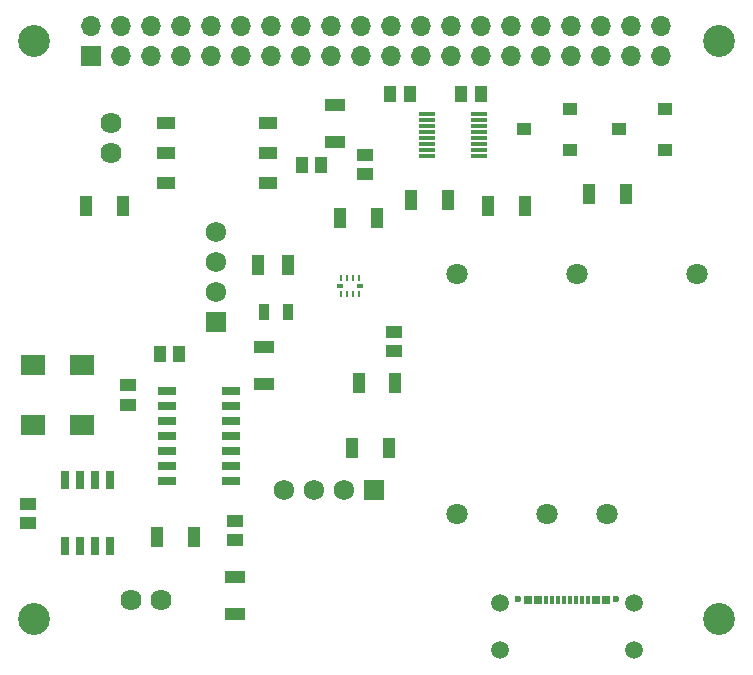
<source format=gts>
G04 #@! TF.GenerationSoftware,KiCad,Pcbnew,8.0.2*
G04 #@! TF.CreationDate,2024-07-09T10:44:42+02:00*
G04 #@! TF.ProjectId,AMS Dongle,414d5320-446f-46e6-976c-652e6b696361,rev?*
G04 #@! TF.SameCoordinates,Original*
G04 #@! TF.FileFunction,Soldermask,Top*
G04 #@! TF.FilePolarity,Negative*
%FSLAX46Y46*%
G04 Gerber Fmt 4.6, Leading zero omitted, Abs format (unit mm)*
G04 Created by KiCad (PCBNEW 8.0.2) date 2024-07-09 10:44:42*
%MOMM*%
%LPD*%
G01*
G04 APERTURE LIST*
%ADD10R,0.950000X1.450000*%
%ADD11R,1.470000X1.070000*%
%ADD12C,2.700000*%
%ADD13R,0.650000X0.800000*%
%ADD14R,0.300000X0.800000*%
%ADD15C,0.600000*%
%ADD16C,1.500000*%
%ADD17R,1.050000X1.800000*%
%ADD18R,1.800000X1.050000*%
%ADD19C,1.785000*%
%ADD20R,1.070000X1.470000*%
%ADD21R,1.725000X1.725000*%
%ADD22C,1.725000*%
%ADD23R,1.425000X0.300000*%
%ADD24R,2.000000X1.800000*%
%ADD25R,1.525000X0.650000*%
%ADD26R,1.300000X1.000000*%
%ADD27C,1.800000*%
%ADD28R,0.250000X0.620000*%
%ADD29R,0.620000X0.300000*%
%ADD30R,1.550000X1.050000*%
%ADD31R,0.700000X1.500000*%
%ADD32R,1.700000X1.700000*%
%ADD33O,1.700000X1.700000*%
G04 APERTURE END LIST*
D10*
X124975000Y-70500000D03*
X123025000Y-70500000D03*
D11*
X120500000Y-89820000D03*
X120500000Y-88180000D03*
X131500000Y-58820000D03*
X131500000Y-57180000D03*
D12*
X161500000Y-47500000D03*
D13*
X145370000Y-94850000D03*
X146220000Y-94850000D03*
D14*
X147400000Y-94850000D03*
X148400000Y-94850000D03*
X148900000Y-94850000D03*
X149900000Y-94850000D03*
D13*
X151080000Y-94850000D03*
X151930000Y-94850000D03*
D14*
X150400000Y-94850000D03*
X149400000Y-94850000D03*
X147900000Y-94850000D03*
X146900000Y-94850000D03*
D15*
X144530000Y-94800000D03*
X152770000Y-94800000D03*
D16*
X143000000Y-95100000D03*
X154300000Y-95100000D03*
X143000000Y-99100000D03*
X154300000Y-99100000D03*
D17*
X153600000Y-60500000D03*
X150500000Y-60500000D03*
D18*
X129000000Y-56050000D03*
X129000000Y-52950000D03*
X123000000Y-76550000D03*
X123000000Y-73450000D03*
D17*
X107950000Y-61500000D03*
X111050000Y-61500000D03*
X129450000Y-62500000D03*
X132550000Y-62500000D03*
D19*
X111730000Y-94856500D03*
X114270000Y-94856500D03*
D18*
X120500000Y-92950000D03*
X120500000Y-96050000D03*
D20*
X139680000Y-52000000D03*
X141320000Y-52000000D03*
D21*
X118924000Y-71310000D03*
D22*
X118924000Y-68770000D03*
X118924000Y-66230000D03*
X118924000Y-63690000D03*
D17*
X130450000Y-82000000D03*
X133550000Y-82000000D03*
D23*
X141212000Y-57250000D03*
X141212000Y-56750000D03*
X141212000Y-56250000D03*
X141212000Y-55750000D03*
X141212000Y-55250000D03*
X141212000Y-54750000D03*
X141212000Y-54250000D03*
X141212000Y-53750000D03*
X136788000Y-53750000D03*
X136788000Y-54250000D03*
X136788000Y-54750000D03*
X136788000Y-55250000D03*
X136788000Y-55750000D03*
X136788000Y-56250000D03*
X136788000Y-56750000D03*
X136788000Y-57250000D03*
D20*
X126180000Y-58000000D03*
X127820000Y-58000000D03*
D11*
X111500000Y-78320000D03*
X111500000Y-76680000D03*
D24*
X103400000Y-74960000D03*
X103400000Y-80040000D03*
X107600000Y-80040000D03*
X107600000Y-74960000D03*
D12*
X103500000Y-96500000D03*
D25*
X114788000Y-77190000D03*
X114788000Y-78460000D03*
X114788000Y-79730000D03*
X114788000Y-81000000D03*
X114788000Y-82270000D03*
X114788000Y-83540000D03*
X114788000Y-84810000D03*
X120212000Y-84810000D03*
X120212000Y-83540000D03*
X120212000Y-82270000D03*
X120212000Y-81000000D03*
X120212000Y-79730000D03*
X120212000Y-78460000D03*
X120212000Y-77190000D03*
D17*
X141950000Y-61500000D03*
X145050000Y-61500000D03*
D12*
X103500000Y-47500000D03*
D26*
X156900000Y-56750000D03*
X153000000Y-55000000D03*
X156900000Y-53250000D03*
D20*
X133680000Y-52000000D03*
X135320000Y-52000000D03*
D21*
X132310000Y-85576000D03*
D22*
X129770000Y-85576000D03*
X127230000Y-85576000D03*
X124690000Y-85576000D03*
D27*
X152000000Y-87560000D03*
X146920000Y-87560000D03*
X159620000Y-67240000D03*
X149460000Y-67240000D03*
X139300000Y-67240000D03*
X139300000Y-87560000D03*
D19*
X110000000Y-54500000D03*
X110000000Y-57040000D03*
D17*
X135450000Y-61000000D03*
X138550000Y-61000000D03*
D28*
X131000000Y-67600000D03*
X130500000Y-67600000D03*
X130000000Y-67600000D03*
X129500000Y-67600000D03*
D29*
X129385000Y-68290000D03*
D28*
X129500000Y-68980000D03*
X130000000Y-68980000D03*
X130500000Y-68980000D03*
X131000000Y-68980000D03*
D29*
X131115000Y-68290000D03*
D12*
X161500000Y-96500000D03*
D20*
X114180000Y-74000000D03*
X115820000Y-74000000D03*
D17*
X117050000Y-89500000D03*
X113950000Y-89500000D03*
D26*
X148900000Y-56750000D03*
X145000000Y-55000000D03*
X148900000Y-53250000D03*
D17*
X134100000Y-76500000D03*
X131000000Y-76500000D03*
D11*
X134000000Y-73820000D03*
X134000000Y-72180000D03*
D30*
X114675000Y-54460000D03*
X114675000Y-57000000D03*
X114675000Y-59540000D03*
X123325000Y-59540000D03*
X123325000Y-57000000D03*
X123325000Y-54460000D03*
D11*
X103000000Y-88357500D03*
X103000000Y-86717500D03*
D17*
X122500000Y-66500000D03*
X125050000Y-66500000D03*
D31*
X109905000Y-84725000D03*
X108635000Y-84725000D03*
X107365000Y-84725000D03*
X106095000Y-84725000D03*
X106095000Y-90275000D03*
X107365000Y-90275000D03*
X108635000Y-90275000D03*
X109905000Y-90275000D03*
D32*
X108370000Y-48770000D03*
D33*
X108370000Y-46230000D03*
X110910000Y-48770000D03*
X110910000Y-46230000D03*
X113450000Y-48770000D03*
X113450000Y-46230000D03*
X115990000Y-48770000D03*
X115990000Y-46230000D03*
X118530000Y-48770000D03*
X118530000Y-46230000D03*
X121070000Y-48770000D03*
X121070000Y-46230000D03*
X123610000Y-48770000D03*
X123610000Y-46230000D03*
X126150000Y-48770000D03*
X126150000Y-46230000D03*
X128690000Y-48770000D03*
X128690000Y-46230000D03*
X131230000Y-48770000D03*
X131230000Y-46230000D03*
X133770000Y-48770000D03*
X133770000Y-46230000D03*
X136310000Y-48770000D03*
X136310000Y-46230000D03*
X138850000Y-48770000D03*
X138850000Y-46230000D03*
X141390000Y-48770000D03*
X141390000Y-46230000D03*
X143930000Y-48770000D03*
X143930000Y-46230000D03*
X146470000Y-48770000D03*
X146470000Y-46230000D03*
X149010000Y-48770000D03*
X149010000Y-46230000D03*
X151550000Y-48770000D03*
X151550000Y-46230000D03*
X154090000Y-48770000D03*
X154090000Y-46230000D03*
X156630000Y-48770000D03*
X156630000Y-46230000D03*
M02*

</source>
